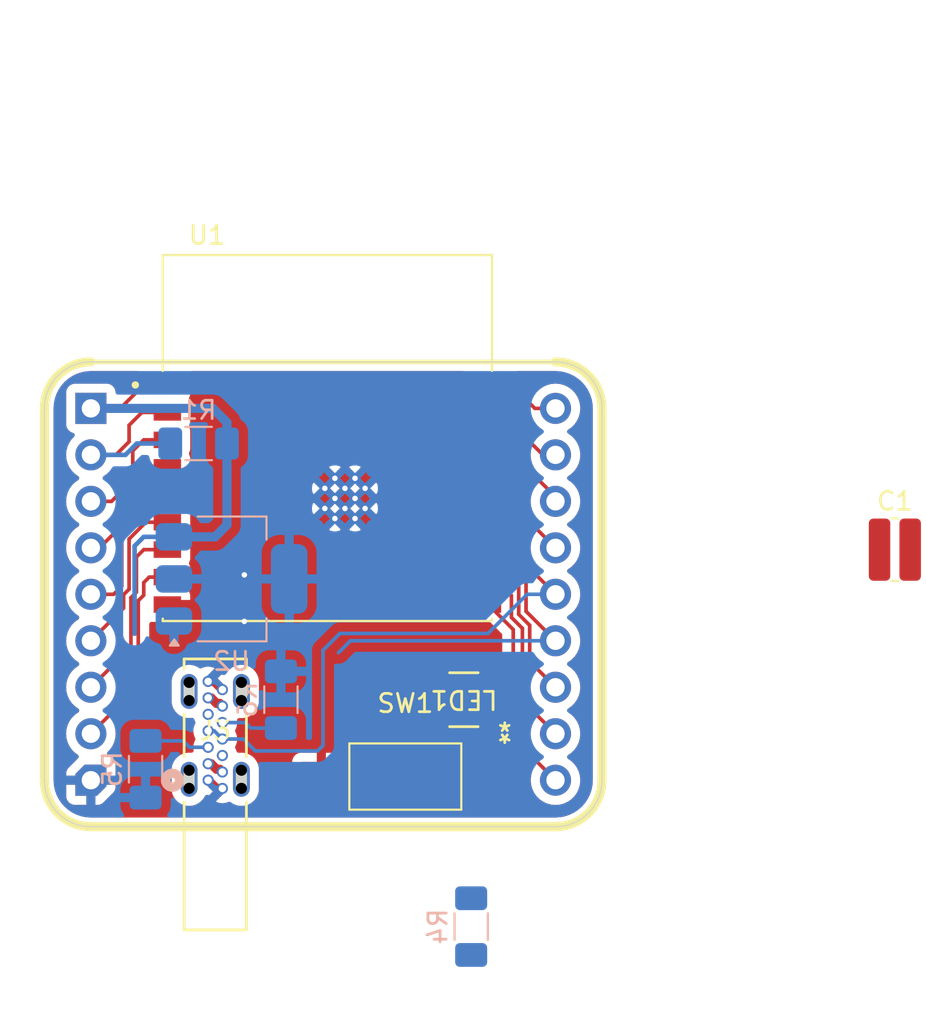
<source format=kicad_pcb>
(kicad_pcb (version 20240108) (generator "pcbnew") (generator_version "8.0")
  (layers (0 "F.Cu" signal) (31 "B.Cu" signal) (34 "B.Paste" user) (35 "F.Paste" user) (36 "B.SilkS" user "B.Silkscreen") (37 "F.SilkS" user "F.Silkscreen") (38 "B.Mask" user) (39 "F.Mask" user) (44 "Edge.Cuts" user))
  (net 0 "")
  (net 1 "GPIO3")
  (net 2 "GND")
  (net 3 "GPIO2")
  (net 4 "GPIO1")
  (net 5 "GPIO0")
  (net 6 "GPIO4")
  (net 7 "VBUS")
  (net 8 "GPIO7")
  (net 9 "USB_D+")
  (net 10 "UART-RX")
  (net 11 "USB_D-")
  (net 12 "GPIO5")
  (net 13 "GPIO8")
  (net 14 "UART-TX")
  (net 15 "GPIO10")
  (net 16 "EN")
  (net 17 "GPIO9")
  (net 18 "3V3")
  (net 19 "GPIO6")
  (net 21 "Net-(LED1-GND-Pad1)")
  (net 22 "Net-(J3-CC2)")
  (net 23 "Net-(J3-CC1)")
  (footprint "Alexander Footprint Library:ESP32-C3-WROOM-02-H4" (layer "F.Cu") (at 156.94 61.1)
    (property "Reference" "U1" (at -6.575 -11.085 0) (layer "F.SilkS"))
    (property "Value" "ESP32-C3-WROOM-02-N4")
    (fp_line (start -9 -10) (end -9 -3.67) (stroke (width 0.127)) (layer "F.SilkS"))
    (fp_line (start -9 10) (end -9 9.87) (stroke (width 0.127)) (layer "F.SilkS"))
    (fp_line (start -9 10) (end 9 10) (stroke (width 0.127)) (layer "F.SilkS"))
    (fp_line (start 9 -10) (end -9 -10) (stroke (width 0.127)) (layer "F.SilkS"))
    (fp_line (start 9 -3.67) (end 9 -10) (stroke (width 0.127)) (layer "F.SilkS"))
    (fp_line (start 9 10) (end 9 9.87) (stroke (width 0.127)) (layer "F.SilkS"))
    (fp_circle (center -10.5 -2.9) (end -10.4 -2.9) (stroke (width 0.2)) (fill none) (layer "F.SilkS"))
    (pad "1" smd rect (at -8.75 -2.9) (size 1.5 0.9) (layers "F.Cu" "F.Paste" "F.Mask") (net 18 "3V3"))
    (pad "2" smd rect (at -8.75 -1.4) (size 1.5 0.9) (layers "F.Cu" "F.Paste" "F.Mask") (net 16 "EN"))
    (pad "3" smd rect (at -8.75 0.1) (size 1.5 0.9) (layers "F.Cu" "F.Paste" "F.Mask") (net 6 "GPIO4"))
    (pad "4" smd rect (at -8.75 1.6) (size 1.5 0.9) (layers "F.Cu" "F.Paste" "F.Mask") (net 12 "GPIO5"))
    (pad "5" smd rect (at -8.75 3.1) (size 1.5 0.9) (layers "F.Cu" "F.Paste" "F.Mask") (net 19 "GPIO6"))
    (pad "6" smd rect (at -8.75 4.6) (size 1.5 0.9) (layers "F.Cu" "F.Paste" "F.Mask") (net 8 "GPIO7"))
    (pad "7" smd rect (at -8.75 6.1) (size 1.5 0.9) (layers "F.Cu" "F.Paste" "F.Mask") (net 13 "GPIO8"))
    (pad "8" smd rect (at -8.75 7.6) (size 1.5 0.9) (layers "F.Cu" "F.Paste" "F.Mask") (net 17 "GPIO9"))
    (pad "9" smd rect (at -8.75 9.1) (size 1.5 0.9) (layers "F.Cu" "F.Paste" "F.Mask") (net 2 "GND"))
    (pad "10" smd rect (at 8.75 9.1) (size 1.5 0.9) (layers "F.Cu" "F.Paste" "F.Mask") (net 15 "GPIO10"))
    (pad "11" smd rect (at 8.75 7.6) (size 1.5 0.9) (layers "F.Cu" "F.Paste" "F.Mask") (net 10 "UART-RX"))
    (pad "12" smd rect (at 8.75 6.1) (size 1.5 0.9) (layers "F.Cu" "F.Paste" "F.Mask") (net 14 "UART-TX"))
    (pad "13" smd rect (at 8.75 4.6) (size 1.5 0.9) (layers "F.Cu" "F.Paste" "F.Mask") (net 11 "USB_D-"))
    (pad "14" smd rect (at 8.75 3.1) (size 1.5 0.9) (layers "F.Cu" "F.Paste" "F.Mask") (net 9 "USB_D+"))
    (pad "15" smd rect (at 8.75 1.6) (size 1.5 0.9) (layers "F.Cu" "F.Paste" "F.Mask") (net 1 "GPIO3"))
    (pad "16" smd rect (at 8.75 0.1) (size 1.5 0.9) (layers "F.Cu" "F.Paste" "F.Mask") (net 3 "GPIO2"))
    (pad "17" smd rect (at 8.75 -1.4) (size 1.5 0.9) (layers "F.Cu" "F.Paste" "F.Mask") (net 4 "GPIO1"))
    (pad "18" smd rect (at 8.75 -2.9) (size 1.5 0.9) (layers "F.Cu" "F.Paste" "F.Mask") (net 5 "GPIO0"))
    (pad "19" smd rect (at -0.14 2.2) (size 0.7 0.7) (layers "F.Cu" "F.Paste" "F.Mask") (net 2 "GND"))
    (pad "20" smd rect (at 0.96 2.2) (size 0.7 0.7) (layers "F.Cu" "F.Paste" "F.Mask") (net 2 "GND"))
    (pad "21" smd rect (at 2.06 2.2) (size 0.7 0.7) (layers "F.Cu" "F.Paste" "F.Mask") (net 2 "GND"))
    (pad "22" smd rect (at -0.14 3.3) (size 0.7 0.7) (layers "F.Cu" "F.Paste" "F.Mask") (net 2 "GND"))
    (pad "23" smd rect (at 0.96 3.3) (size 0.7 0.7) (layers "F.Cu" "F.Paste" "F.Mask") (net 2 "GND"))
    (pad "24" smd rect (at 2.06 3.3) (size 0.7 0.7) (layers "F.Cu" "F.Paste" "F.Mask") (net 2 "GND"))
    (pad "25" smd rect (at -0.14 4.4) (size 0.7 0.7) (layers "F.Cu" "F.Paste" "F.Mask") (net 2 "GND"))
    (pad "26" smd rect (at 0.96 4.4) (size 0.7 0.7) (layers "F.Cu" "F.Paste" "F.Mask") (net 2 "GND"))
    (pad "27" smd rect (at 2.06 4.4) (size 0.7 0.7) (layers "F.Cu" "F.Paste" "F.Mask") (net 2 "GND"))
    (pad "28" thru_hole circle (at 0.41 2.2) (size 0.4 0.4) (drill 0.3) (layers "*.Cu") (net 2 "GND"))
    (pad "29" thru_hole circle (at 1.51 2.2) (size 0.4 0.4) (drill 0.3) (layers "*.Cu") (net 2 "GND"))
    (pad "30" thru_hole circle (at -0.14 2.75) (size 0.4 0.4) (drill 0.3) (layers "*.Cu") (net 2 "GND"))
    (pad "31" thru_hole circle (at 0.96 2.75) (size 0.4 0.4) (drill 0.3) (layers "*.Cu") (net 2 "GND"))
    (pad "32" thru_hole circle (at 2.06 2.75) (size 0.4 0.4) (drill 0.3) (layers "*.Cu") (net 2 "GND"))
    (pad "33" thru_hole circle (at 0.41 3.3) (size 0.4 0.4) (drill 0.3) (layers "*.Cu") (net 2 "GND"))
    (pad "34" thru_hole circle (at 1.51 3.3) (size 0.4 0.4) (drill 0.3) (layers "*.Cu") (net 2 "GND"))
    (pad "35" thru_hole circle (at -0.14 3.85) (size 0.4 0.4) (drill 0.3) (layers "*.Cu") (net 2 "GND"))
    (pad "36" thru_hole circle (at 0.96 3.85) (size 0.4 0.4) (drill 0.3) (layers "*.Cu") (net 2 "GND"))
    (pad "37" thru_hole circle (at 2.06 3.85) (size 0.4 0.4) (drill 0.3) (layers "*.Cu") (net 2 "GND"))
    (pad "38" thru_hole circle (at 0.41 4.4) (size 0.4 0.4) (drill 0.3) (layers "*.Cu") (net 2 "GND"))
    (pad "39" thru_hole circle (at 1.51 4.4) (size 0.4 0.4) (drill 0.3) (layers "*.Cu") (net 2 "GND"))
    (zone (net 0) (net_name "") (layer "F.Cu") (connect_pads (clearance 0)) (min_thickness 0.01)
      (keepout (tracks not_allowed) (vias not_allowed) (pads not_allowed) (copperpour not_allowed) (footprints allowed))
      (fill (thermal_gap 0.508) (thermal_bridge_width 0.508))
      (polygon (pts (xy 147.94 51.1) (xy 165.94 51.1) (xy 165.94 57.1) (xy 147.94 57.1)))
    )
    (zone (net 0) (net_name "") (layer "B.Cu") (connect_pads (clearance 0)) (min_thickness 0.01)
      (keepout (tracks not_allowed) (vias not_allowed) (pads not_allowed) (copperpour not_allowed) (footprints allowed))
      (fill (thermal_gap 0.508) (thermal_bridge_width 0.508))
      (polygon (pts (xy 147.94 51.1) (xy 165.94 51.1) (xy 165.94 57.1) (xy 147.94 57.1)))
    )
  )
  (footprint "Alexander Footprint Library:B1552_HVK-M" (layer "F.Cu") (at 164.4 75.4 180)
    (property "Reference" "LED1" (at 0 0 180) (layer "F.SilkS"))
    (property "Value" "LED-RED-GREEN-B1552USUG20D")
    (fp_line (start -0.777373 1.4732) (end 0.777373 1.4732) (stroke (width 0.1524)) (layer "F.SilkS"))
    (fp_line (start -0.777373 -1.4732) (end 0.777373 -1.4732) (stroke (width 0.1524)) (layer "F.SilkS"))
    (fp_text user "*" (at -2.2352 -1.8041 180) (layer "F.SilkS"))
    (fp_text user "*" (at -2.2352 -1.8041 0) (layer "F.SilkS"))
    (pad "1" smd rect (at -1.6002 -0.750001 180) (size 1.1176 1.0414) (layers "F.Cu" "F.Paste" "F.Mask") (net 21 "Net-(LED1-GND-Pad1)"))
    (pad "2" smd rect (at -1.6002 0.750001 180) (size 1.1176 1.0414) (layers "F.Cu" "F.Paste" "F.Mask") (net 18 "3V3"))
    (pad "3" smd rect (at 1.6002 0.750001 180) (size 1.1176 1.0414) (layers "F.Cu" "F.Paste" "F.Mask"))
    (pad "4" smd rect (at 1.6002 -0.750001 180) (size 1.1176 1.0414) (layers "F.Cu" "F.Paste" "F.Mask") (net 21 "Net-(LED1-GND-Pad1)"))
  )
  (footprint "Alexander Footprint Library:USB-C_KUSBX-SL-CS1N14-B_KYC" (layer "F.Cu") (at 150.419999 79.799999)
    (property "Reference" "J3" (at 0.39 -2.7 0) (layer "F.SilkS"))
    (property "Value" "USB-C_KUSBX-SL-CS1N14-B")
    (fp_circle (center -1.9468 0) (end -1.5658 0) (stroke (width 0.508)) (fill none) (layer "B.SilkS"))
    (fp_line (start -1.3118 -6.627) (end -1.3118 -6.087007) (stroke (width 0.1524)) (layer "F.SilkS"))
    (fp_line (start -1.3118 -3.612992) (end -1.3118 -1.287007) (stroke (width 0.1524)) (layer "F.SilkS"))
    (fp_line (start -1.3118 1.187007) (end -1.3118 8.1812) (stroke (width 0.1524)) (layer "F.SilkS"))
    (fp_line (start -1.3118 8.1812) (end 2.0918 8.1812) (stroke (width 0.1524)) (layer "F.SilkS"))
    (fp_line (start 2.0918 -6.627) (end -1.3118 -6.627) (stroke (width 0.1524)) (layer "F.SilkS"))
    (fp_line (start 2.0918 -6.087007) (end 2.0918 -6.627) (stroke (width 0.1524)) (layer "F.SilkS"))
    (fp_line (start 2.0918 -1.287007) (end 2.0918 -3.612992) (stroke (width 0.1524)) (layer "F.SilkS"))
    (fp_line (start 2.0918 8.1812) (end 2.0918 1.187007) (stroke (width 0.1524)) (layer "F.SilkS"))
    (fp_line (start -1.04 -4.354699) (end -1.04 -5.345299) (stroke (width 0.6096)) (layer "Edge.Cuts"))
    (fp_line (start -1.04 0.4453) (end -1.04 -0.5453) (stroke (width 0.6096)) (layer "Edge.Cuts"))
    (fp_line (start 1.82 -4.354699) (end 1.82 -5.345299) (stroke (width 0.6096)) (layer "Edge.Cuts"))
    (fp_line (start 1.82 0.4453) (end 1.82 -0.5453) (stroke (width 0.6096)) (layer "Edge.Cuts"))
    (pad "" np_thru_hole circle (at -1.04 -5.345299) (size 0.6096 0.6096) (drill 0.6096) (layers))
    (pad "" np_thru_hole circle (at -1.04 -4.354699) (size 0.6096 0.6096) (drill 0.6096) (layers))
    (pad "" np_thru_hole circle (at -1.04 -0.5453) (size 0.6096 0.6096) (drill 0.6096) (layers))
    (pad "" np_thru_hole circle (at -1.04 0.4453) (size 0.6096 0.6096) (drill 0.6096) (layers))
    (pad "" np_thru_hole circle (at 1.82 -5.345299) (size 0.6096 0.6096) (drill 0.6096) (layers))
    (pad "" np_thru_hole circle (at 1.82 -4.354699) (size 0.6096 0.6096) (drill 0.6096) (layers))
    (pad "" np_thru_hole circle (at 1.82 -0.5453) (size 0.6096 0.6096) (drill 0.6096) (layers))
    (pad "" np_thru_hole circle (at 1.82 0.4453) (size 0.6096 0.6096) (drill 0.6096) (layers))
    (pad "A1" thru_hole circle (at 0 0) (size 0.6096 0.6096) (drill 0.4064) (layers "*.Cu" "*.Mask") (net 2 "GND"))
    (pad "A4" thru_hole circle (at 0 -0.900001) (size 0.6096 0.6096) (drill 0.4064) (layers "*.Cu" "*.Mask") (net 7 "VBUS"))
    (pad "A5" thru_hole circle (at 0 -1.799999) (size 0.6096 0.6096) (drill 0.4064) (layers "*.Cu" "*.Mask") (net 23 "Net-(J3-CC1)"))
    (pad "A6" thru_hole circle (at 0 -2.7) (size 0.6096 0.6096) (drill 0.4064) (layers "*.Cu" "*.Mask") (net 9 "USB_D+"))
    (pad "A7" thru_hole circle (at 0 -3.6) (size 0.6096 0.6096) (drill 0.4064) (layers "*.Cu" "*.Mask") (net 11 "USB_D-"))
    (pad "A9" thru_hole circle (at 0 -4.499999) (size 0.6096 0.6096) (drill 0.4064) (layers "*.Cu" "*.Mask") (net 7 "VBUS"))
    (pad "A12" thru_hole circle (at 0 -5.399999) (size 0.6096 0.6096) (drill 0.4064) (layers "*.Cu" "*.Mask") (net 2 "GND"))
    (pad "B1" thru_hole circle (at 0.780001 -4.949999) (size 0.6096 0.6096) (drill 0.4064) (layers "*.Cu" "*.Mask") (net 2 "GND"))
    (pad "B4" thru_hole circle (at 0.780001 -4.049999) (size 0.6096 0.6096) (drill 0.4064) (layers "*.Cu" "*.Mask") (net 7 "VBUS"))
    (pad "B5" thru_hole circle (at 0.780001 -3.149999) (size 0.6096 0.6096) (drill 0.4064) (layers "*.Cu" "*.Mask") (net 22 "Net-(J3-CC2)"))
    (pad "B6" thru_hole circle (at 0.780001 -2.249999) (size 0.6096 0.6096) (drill 0.4064) (layers "*.Cu" "*.Mask") (net 9 "USB_D+"))
    (pad "B7" thru_hole circle (at 0.780001 -1.349999) (size 0.6096 0.6096) (drill 0.4064) (layers "*.Cu" "*.Mask") (net 11 "USB_D-"))
    (pad "B9" thru_hole circle (at 0.780001 -0.449999) (size 0.6096 0.6096) (drill 0.4064) (layers "*.Cu" "*.Mask") (net 7 "VBUS"))
    (pad "B12" thru_hole circle (at 0.780001 0.450001) (size 0.6096 0.6096) (drill 0.4064) (layers "*.Cu" "*.Mask") (net 2 "GND"))
    (pad "S_1" thru_hole oval (at -1.04 -0.05 90) (size 1.905 0.9144) (drill 0.0254) (layers "*.Cu" "*.Mask"))
    (pad "S_2" thru_hole oval (at 1.82 -0.05 90) (size 1.905 0.9144) (drill 0.0254) (layers "*.Cu" "*.Mask"))
    (pad "S_3" thru_hole oval (at -1.04 -4.849999 90) (size 1.905 0.9144) (drill 0.0254) (layers "*.Cu" "*.Mask"))
    (pad "S_4" thru_hole oval (at 1.82 -4.849999 90) (size 1.905 0.9144) (drill 0.0254) (layers "*.Cu" "*.Mask"))
  )
  (footprint "Alexander Footprint Library:SW_SPST_6x3" (layer "F.Cu") (at 161.2 79.6)
    (property "Reference" "SW1" (at 0 -4 0) (layer "F.SilkS"))
    (property "Value" "SW_Push")
    (fp_line (start -3.06 -1.81) (end 3.06 -1.81) (stroke (width 0.12)) (layer "F.SilkS"))
    (fp_line (start -3.06 1.81) (end -3.06 -1.81) (stroke (width 0.12)) (layer "F.SilkS"))
    (fp_line (start 3.06 -1.81) (end 3.06 1.81) (stroke (width 0.12)) (layer "F.SilkS"))
    (fp_line (start 3.06 1.81) (end -3.06 1.81) (stroke (width 0.12)) (layer "F.SilkS"))
    (pad "1" smd rect (at -4.59 0) (size 2.18 1.6) (layers "F.Cu" "F.Paste" "F.Mask") (net 2 "GND"))
    (pad "2" smd rect (at 4.59 0) (size 2.18 1.6) (layers "F.Cu" "F.Paste" "F.Mask") (net 16 "EN"))
  )
  (footprint "Alexander Footprint Library:Conn_ESP32-C3-WROOM-02" (layer "F.Cu") (at 159.25 64.56)
    (property "Reference" "J2" (hide yes))
    (property "Value" "~")
    (fp_line (start -17.78 -5.08) (end -17.78 15.24) (stroke (width 0.5)) (layer "F.SilkS"))
    (fp_line (start -15.24 -7.62) (end 10.16 -7.62) (stroke (width 0.25)) (layer "F.SilkS"))
    (fp_line (start -15.24 17.78) (end 10.16 17.78) (stroke (width 0.5)) (layer "F.SilkS"))
    (fp_line (start 12.7 -5.08) (end 12.7 15.24) (stroke (width 0.5)) (layer "F.SilkS"))
    (fp_arc (start -17.78 -5.08) (mid -17.036051 -6.876051) (end -15.24 -7.62) (stroke (width 0.5)) (layer "F.SilkS"))
    (fp_arc (start -15.24 17.78) (mid -17.036051 17.036051) (end -17.78 15.24) (stroke (width 0.5)) (layer "F.SilkS"))
    (fp_arc (start 10.16 -7.62) (mid 11.956051 -6.876051) (end 12.7 -5.08) (stroke (width 0.5)) (layer "F.SilkS"))
    (fp_arc (start 12.7 15.24) (mid 11.956051 17.036051) (end 10.16 17.78) (stroke (width 0.5)) (layer "F.SilkS"))
    (fp_line (start -17.78 15.24) (end -17.78 -5.08) (stroke (width 0.05)) (layer "Edge.Cuts"))
    (fp_line (start -15.24 -7.62) (end 10.16 -7.62) (stroke (width 0.05)) (layer "Edge.Cuts"))
    (fp_line (start 10.16 17.78) (end -15.24 17.78) (stroke (width 0.05)) (layer "Edge.Cuts"))
    (fp_line (start 12.7 -5.08) (end 12.7 15.24) (stroke (width 0.05)) (layer "Edge.Cuts"))
    (fp_arc (start -17.78 -5.08) (mid -17.036051 -6.876051) (end -15.24 -7.62) (stroke (width 0.05)) (layer "Edge.Cuts"))
    (fp_arc (start -15.24 17.78) (mid -17.036051 17.036051) (end -17.78 15.24) (stroke (width 0.05)) (layer "Edge.Cuts"))
    (fp_arc (start 10.16 -7.62) (mid 11.956051 -6.876051) (end 12.7 -5.08) (stroke (width 0.05)) (layer "Edge.Cuts"))
    (fp_arc (start 12.7 15.24) (mid 11.956051 17.036051) (end 10.16 17.78) (stroke (width 0.05)) (layer "Edge.Cuts"))
    (pad "1" thru_hole rect (at -15.24 -5.08) (size 1.7 1.7) (drill 1) (layers "*.Cu" "*.Mask") (net 18 "3V3"))
    (pad "2" thru_hole circle (at -15.24 -2.54) (size 1.7 1.7) (drill 1) (layers "*.Cu" "*.Mask") (net 16 "EN"))
    (pad "3" thru_hole circle (at -15.24 0) (size 1.7 1.7) (drill 1) (layers "*.Cu" "*.Mask") (net 6 "GPIO4"))
    (pad "4" thru_hole circle (at -15.24 2.54) (size 1.7 1.7) (drill 1) (layers "*.Cu" "*.Mask") (net 12 "GPIO5"))
    (pad "5" thru_hole circle (at -15.24 5.08) (size 1.7 1.7) (drill 1) (layers "*.Cu" "*.Mask") (net 19 "GPIO6"))
    (pad "6" thru_hole circle (at -15.24 7.62) (size 1.7 1.7) (drill 1) (layers "*.Cu" "*.Mask") (net 8 "GPIO7"))
    (pad "7" thru_hole circle (at -15.24 10.16) (size 1.7 1.7) (drill 1) (layers "*.Cu" "*.Mask") (net 13 "GPIO8"))
    (pad "8" thru_hole circle (at -15.24 12.7) (size 1.7 1.7) (drill 1) (layers "*.Cu" "*.Mask") (net 17 "GPIO9"))
    (pad "9" thru_hole roundrect (at -15.24 15.24) (size 1.7 1.7) (drill 1) (layers "*.Cu" "*.Mask") (roundrect_rratio 0) (chamfer_ratio 0.3) (chamfer top_left bottom_right) (net 2 "GND"))
    (pad "10" thru_hole circle (at 10.16 15.24) (size 1.7 1.7) (drill 1) (layers "*.Cu" "*.Mask") (net 15 "GPIO10"))
    (pad "11" thru_hole circle (at 10.16 12.7) (size 1.7 1.7) (drill 1) (layers "*.Cu" "*.Mask") (net 10 "UART-RX"))
    (pad "12" thru_hole circle (at 10.16 10.16) (size 1.7 1.7) (drill 1) (layers "*.Cu" "*.Mask") (net 14 "UART-TX"))
    (pad "13" thru_hole circle (at 10.16 7.62) (size 1.7 1.7) (drill 1) (layers "*.Cu" "*.Mask") (net 11 "USB_D-"))
    (pad "14" thru_hole circle (at 10.16 5.08) (size 1.7 1.7) (drill 1) (layers "*.Cu" "*.Mask") (net 9 "USB_D+"))
    (pad "15" thru_hole circle (at 10.16 2.54) (size 1.7 1.7) (drill 1) (layers "*.Cu" "*.Mask") (net 1 "GPIO3"))
    (pad "16" thru_hole circle (at 10.16 0) (size 1.7 1.7) (drill 1) (layers "*.Cu" "*.Mask") (net 3 "GPIO2"))
    (pad "17" thru_hole circle (at 10.16 -2.54) (size 1.7 1.7) (drill 1) (layers "*.Cu" "*.Mask") (net 4 "GPIO1"))
    (pad "18" thru_hole circle (at 10.16 -5.08) (size 1.7 1.7) (drill 1) (layers "*.Cu" "*.Mask") (net 5 "GPIO0"))
  )
  (footprint "Resistor_SMD:R_0612_1632Metric_Pad1.18x3.40mm_HandSolder" (layer "F.Cu") (at 187.9625 67.2)
    (property "Reference" "C1" (at 0 -2.65 0) (layer "F.SilkS"))
    (property "Value" "1uF")
    (fp_line (start -0.182983 -1.71) (end 0.182983 -1.71) (stroke (width 0.12)) (layer "F.SilkS"))
    (fp_line (start -0.182983 1.71) (end 0.182983 1.71) (stroke (width 0.12)) (layer "F.SilkS"))
    (pad "1" smd roundrect (at -0.8375 0) (size 1.175 3.4) (layers "F.Cu" "F.Paste" "F.Mask") (roundrect_rratio 0.212766) (net 16 "EN"))
    (pad "2" smd roundrect (at 0.8375 0) (size 1.175 3.4) (layers "F.Cu" "F.Paste" "F.Mask") (roundrect_rratio 0.212766) (net 2 "GND"))
  )
  (footprint "Package_TO_SOT_SMD:SOT-223-3_TabPin2" (layer "B.Cu") (at 151.7 68.8)
    (property "Reference" "U2" (at 0 4.5 0) (layer "B.SilkS") (effects (justify mirror)))
    (property "Value" "AMS1117-3V3")
    (fp_line (start 1.91 -3.41) (end -1.85 -3.41) (stroke (width 0.12)) (layer "B.SilkS"))
    (fp_line (start 1.91 -2.15) (end 1.91 -3.41) (stroke (width 0.12)) (layer "B.SilkS"))
    (fp_line (start 1.91 2.15) (end 1.91 3.41) (stroke (width 0.12)) (layer "B.SilkS"))
    (fp_line (start 1.91 3.41) (end -1.85 3.41) (stroke (width 0.12)) (layer "B.SilkS"))
    (fp_poly (pts (xy -3.13 3.31) (xy -3.37 3.64) (xy -2.89 3.64) (xy -3.13 3.31)) (stroke (width 0.12)) (fill solid) (layer "B.SilkS"))
    (pad "1" smd roundrect (at -3.15 2.3) (size 2 1.5) (layers "B.Cu" "B.Paste" "B.Mask") (net 7 "VBUS"))
    (pad "2" smd roundrect (at -3.15 0) (size 2 1.5) (layers "B.Cu" "B.Paste" "B.Mask") (net 2 "GND"))
    (pad "2" smd roundrect (at 3.15 0) (size 2 3.8) (layers "B.Cu" "B.Paste" "B.Mask") (net 2 "GND"))
    (pad "3" smd roundrect (at -3.15 -2.3) (size 2 1.5) (layers "B.Cu" "B.Paste" "B.Mask") (net 18 "3V3"))
  )
  (footprint "Resistor_SMD:R_1206_3216Metric_Pad1.30x1.75mm_HandSolder" (layer "B.Cu") (at 149.9 61.4 180)
    (property "Reference" "R1" (at 0 1.82 0) (layer "B.SilkS") (effects (justify mirror)))
    (property "Value" "10k")
    (fp_line (start 0.727064 0.91) (end -0.727064 0.91) (stroke (width 0.12)) (layer "B.SilkS"))
    (fp_line (start 0.727064 -0.91) (end -0.727064 -0.91) (stroke (width 0.12)) (layer "B.SilkS"))
    (pad "1" smd roundrect (at -1.55 0 180) (size 1.3 1.75) (layers "B.Cu" "B.Paste" "B.Mask") (roundrect_rratio 0.192308) (net 18 "3V3"))
    (pad "2" smd roundrect (at 1.55 0 180) (size 1.3 1.75) (layers "B.Cu" "B.Paste" "B.Mask") (roundrect_rratio 0.192308) (net 16 "EN"))
  )
  (footprint "Resistor_SMD:R_1206_3216Metric_Pad1.30x1.75mm_HandSolder" (layer "B.Cu") (at 147 79.2 -90)
    (property "Reference" "R5" (at 0 1.82 90) (layer "B.SilkS") (effects (justify mirror)))
    (property "Value" "5k1")
    (fp_line (start 0.727064 0.91) (end -0.727064 0.91) (stroke (width 0.12)) (layer "B.SilkS"))
    (fp_line (start 0.727064 -0.91) (end -0.727064 -0.91) (stroke (width 0.12)) (layer "B.SilkS"))
    (pad "1" smd roundrect (at -1.55 0 270) (size 1.3 1.75) (layers "B.Cu" "B.Paste" "B.Mask") (roundrect_rratio 0.192308) (net 23 "Net-(J3-CC1)"))
    (pad "2" smd roundrect (at 1.55 0 270) (size 1.3 1.75) (layers "B.Cu" "B.Paste" "B.Mask") (roundrect_rratio 0.192308) (net 2 "GND"))
  )
  (footprint "Resistor_SMD:R_1206_3216Metric_Pad1.30x1.75mm_HandSolder" (layer "B.Cu") (at 164.8 87.8 -90)
    (property "Reference" "R4" (at 0 1.82 90) (layer "B.SilkS") (effects (justify mirror)))
    (property "Value" "5k1")
    (fp_line (start 0.727064 0.91) (end -0.727064 0.91) (stroke (width 0.12)) (layer "B.SilkS"))
    (fp_line (start 0.727064 -0.91) (end -0.727064 -0.91) (stroke (width 0.12)) (layer "B.SilkS"))
    (pad "1" smd roundrect (at -1.55 0 270) (size 1.3 1.75) (layers "B.Cu" "B.Paste" "B.Mask") (roundrect_rratio 0.192308) (net 2 "GND"))
    (pad "2" smd roundrect (at 1.55 0 270) (size 1.3 1.75) (layers "B.Cu" "B.Paste" "B.Mask") (roundrect_rratio 0.192308) (net 21 "Net-(LED1-GND-Pad1)"))
  )
  (footprint "Resistor_SMD:R_1206_3216Metric_Pad1.30x1.75mm_HandSolder" (layer "B.Cu") (at 154.4 75.4 -90)
    (property "Reference" "R6" (at 0 1.82 90) (layer "B.SilkS") (effects (justify mirror)))
    (property "Value" "5k1")
    (fp_line (start 0.727064 0.91) (end -0.727064 0.91) (stroke (width 0.12)) (layer "B.SilkS"))
    (fp_line (start 0.727064 -0.91) (end -0.727064 -0.91) (stroke (width 0.12)) (layer "B.SilkS"))
    (pad "1" smd roundrect (at -1.55 0 270) (size 1.3 1.75) (layers "B.Cu" "B.Paste" "B.Mask") (roundrect_rratio 0.192308) (net 2 "GND"))
    (pad "2" smd roundrect (at 1.55 0 270) (size 1.3 1.75) (layers "B.Cu" "B.Paste" "B.Mask") (roundrect_rratio 0.192308) (net 22 "Net-(J3-CC2)"))
  )
  (segment (start 167.2 62.7) (end 167.8 63.3) (width 0.2) (layer "F.Cu") (net 1))
  (segment (start 165.69 62.7) (end 167.2 62.7) (width 0.2) (layer "F.Cu") (net 1))
  (segment (start 167.8 63.3) (end 167.8 65.49) (width 0.2) (layer "F.Cu") (net 1))
  (segment (start 167.8 65.49) (end 169.41 67.1) (width 0.2) (layer "F.Cu") (net 1))
  (segment (start 150.419999 79.799999) (end 150.87 80.25) (width 0.5) (layer "F.Cu") (net 2))
  (segment (start 150.87 80.25) (end 151.2 80.25) (width 0.5) (layer "F.Cu") (net 2))
  (segment (start 150.75 74.4) (end 151.2 74.85) (width 0.5) (layer "F.Cu") (net 2))
  (segment (start 150.419999 74.4) (end 150.75 74.4) (width 0.5) (layer "F.Cu") (net 2))
  (via (at 152.4 68.58) (size 0.6) (drill 0.3) (layers "F.Cu" "B.Cu") (net 2))
  (via (at 152.4 71.12) (size 0.6) (drill 0.3) (layers "F.Cu" "B.Cu") (net 2))
  (segment (start 165.69 61.2) (end 166.3 61.2) (width 0.2) (layer "F.Cu") (net 3))
  (segment (start 166.3 61.2) (end 169.41 64.31) (width 0.2) (layer "F.Cu") (net 3))
  (segment (start 169.41 64.31) (end 169.41 64.56) (width 0.2) (layer "F.Cu") (net 3))
  (segment (start 165.69 59.7) (end 166.4 59.7) (width 0.2) (layer "F.Cu") (net 4))
  (segment (start 166.4 59.7) (end 168.72 62.02) (width 0.2) (layer "F.Cu") (net 4))
  (segment (start 168.72 62.02) (end 169.41 62.02) (width 0.2) (layer "F.Cu") (net 4))
  (segment (start 168.28 59.48) (end 167 58.2) (width 0.2) (layer "F.Cu") (net 5))
  (segment (start 167 58.2) (end 165.69 58.2) (width 0.2) (layer "F.Cu") (net 5))
  (segment (start 169.41 59.48) (end 168.28 59.48) (width 0.2) (layer "F.Cu") (net 5))
  (segment (start 148.19 61.2) (end 146.9 61.2) (width 0.2) (layer "F.Cu") (net 6))
  (segment (start 146.9 61.2) (end 146.3 61.8) (width 0.2) (layer "F.Cu") (net 6))
  (segment (start 146.3 63.4) (end 145.14 64.56) (width 0.2) (layer "F.Cu") (net 6))
  (segment (start 146.3 61.8) (end 146.3 63.4) (width 0.2) (layer "F.Cu") (net 6))
  (segment (start 145.14 64.56) (end 144.01 64.56) (width 0.2) (layer "F.Cu") (net 6))
  (segment (start 150.887351 75.6048) (end 151.0548 75.6048) (width 0.5) (layer "F.Cu") (net 7))
  (segment (start 150.419999 75.3) (end 150.582551 75.3) (width 0.5) (layer "F.Cu") (net 7))
  (segment (start 151.0548 75.6048) (end 151.2 75.75) (width 0.5) (layer "F.Cu") (net 7))
  (segment (start 151.0548 79.2048) (end 151.2 79.35) (width 0.5) (layer "F.Cu") (net 7))
  (segment (start 150.887351 79.2048) (end 151.0548 79.2048) (width 0.5) (layer "F.Cu") (net 7))
  (segment (start 150.582549 78.899998) (end 150.887351 79.2048) (width 0.5) (layer "F.Cu") (net 7))
  (segment (start 150.419999 78.899998) (end 150.582549 78.899998) (width 0.5) (layer "F.Cu") (net 7))
  (segment (start 150.582551 75.3) (end 150.887351 75.6048) (width 0.5) (layer "F.Cu") (net 7))
  (segment (start 148.55 71.1) (end 148.55 72.15) (width 0.5) (layer "B.Cu") (net 7))
  (segment (start 148.19 65.7) (end 147.015686 65.7) (width 0.2) (layer "F.Cu") (net 8))
  (segment (start 146.1 66.615686) (end 146.1 69.358628) (width 0.2) (layer "F.Cu") (net 8))
  (segment (start 146.1 69.358628) (end 145.8 69.658628) (width 0.2) (layer "F.Cu") (net 8))
  (segment (start 145.8 69.658628) (end 145.8 70.39) (width 0.2) (layer "F.Cu") (net 8))
  (segment (start 147.015686 65.7) (end 146.1 66.615686) (width 0.2) (layer "F.Cu") (net 8))
  (segment (start 145.8 70.39) (end 144.01 72.18) (width 0.2) (layer "F.Cu") (net 8))
  (segment (start 167.8 66.055686) (end 167.8 68.03) (width 0.2) (layer "F.Cu") (net 9))
  (segment (start 165.69 64.2) (end 167.1 64.2) (width 0.2) (layer "F.Cu") (net 9))
  (segment (start 167.8 68.03) (end 169.41 69.64) (width 0.2) (layer "F.Cu") (net 9))
  (segment (start 167.4 64.5) (end 167.4 65.655686) (width 0.2) (layer "F.Cu") (net 9))
  (segment (start 167.1 64.2) (end 167.4 64.5) (width 0.2) (layer "F.Cu") (net 9))
  (segment (start 167.4 65.655686) (end 167.8 66.055686) (width 0.2) (layer "F.Cu") (net 9))
  (segment (start 150.749999 77.099999) (end 151.2 77.55) (width 0.2) (layer "B.Cu") (net 9))
  (segment (start 167.86 69.64) (end 169.41 69.64) (width 0.2) (layer "B.Cu") (net 9))
  (segment (start 157.62 71.78) (end 165.72 71.78) (width 0.2) (layer "B.Cu") (net 9))
  (segment (start 151.2 77.55) (end 152.35 77.55) (width 0.2) (layer "B.Cu") (net 9))
  (segment (start 156.4 78.2) (end 156.7 77.9) (width 0.2) (layer "B.Cu") (net 9))
  (segment (start 156.7 72.7) (end 157.62 71.78) (width 0.2) (layer "B.Cu") (net 9))
  (segment (start 156.7 77.9) (end 156.7 72.7) (width 0.2) (layer "B.Cu") (net 9))
  (segment (start 165.72 71.78) (end 167.86 69.64) (width 0.2) (layer "B.Cu") (net 9))
  (segment (start 150.419999 77.099999) (end 150.749999 77.099999) (width 0.2) (layer "B.Cu") (net 9))
  (segment (start 153 78.2) (end 156.4 78.2) (width 0.2) (layer "B.Cu") (net 9))
  (segment (start 152.35 77.55) (end 153 78.2) (width 0.2) (layer "B.Cu") (net 9))
  (segment (start 167 69.71) (end 167 70.901372) (width 0.2) (layer "F.Cu") (net 10))
  (segment (start 167.6 71.501372) (end 167.6 75.45) (width 0.2) (layer "F.Cu") (net 10))
  (segment (start 165.99 68.7) (end 167 69.71) (width 0.2) (layer "F.Cu") (net 10))
  (segment (start 165.69 68.7) (end 165.99 68.7) (width 0.2) (layer "F.Cu") (net 10))
  (segment (start 167 70.901372) (end 167.6 71.501372) (width 0.2) (layer "F.Cu") (net 10))
  (segment (start 167.6 75.45) (end 169.41 77.26) (width 0.2) (layer "F.Cu") (net 10))
  (segment (start 167.4 67.11) (end 167.4 68.195686) (width 0.2) (layer "F.Cu") (net 11))
  (segment (start 167.4 68.195686) (end 167.8 68.595686) (width 0.2) (layer "F.Cu") (net 11))
  (segment (start 165.69 65.7) (end 165.99 65.7) (width 0.2) (layer "F.Cu") (net 11))
  (segment (start 167.8 68.595686) (end 167.8 70.57) (width 0.2) (layer "F.Cu") (net 11))
  (segment (start 165.99 65.7) (end 167.4 67.11) (width 0.2) (layer "F.Cu") (net 11))
  (segment (start 167.8 70.57) (end 169.41 72.18) (width 0.2) (layer "F.Cu") (net 11))
  (segment (start 158.2 72.18) (end 169.41 72.18) (width 0.2) (layer "B.Cu") (net 11))
  (segment (start 157.550001 72.829999) (end 158.2 72.18) (width 0.2) (layer "B.Cu") (net 11))
  (segment (start 148.19 62.7) (end 147.1 62.7) (width 0.2) (layer "F.Cu") (net 12))
  (segment (start 145.8 65.784314) (end 144.484314 67.1) (width 0.2) (layer "F.Cu") (net 12))
  (segment (start 146.7 63.1) (end 146.7 63.565686) (width 0.2) (layer "F.Cu") (net 12))
  (segment (start 146.7 63.565686) (end 145.8 64.465686) (width 0.2) (layer "F.Cu") (net 12))
  (segment (start 145.8 64.465686) (end 145.8 65.784314) (width 0.2) (layer "F.Cu") (net 12))
  (segment (start 144.484314 67.1) (end 144.01 67.1) (width 0.2) (layer "F.Cu") (net 12))
  (segment (start 147.1 62.7) (end 146.7 63.1) (width 0.2) (layer "F.Cu") (net 12))
  (segment (start 146.5 67.6) (end 146.499999 69.524314) (width 0.2) (layer "F.Cu") (net 13))
  (segment (start 148.19 67.2) (end 146.9 67.2) (width 0.2) (layer "F.Cu") (net 13))
  (segment (start 146.499999 69.524314) (end 146.2 69.824313) (width 0.2) (layer "F.Cu") (net 13))
  (segment (start 146.9 67.2) (end 146.5 67.6) (width 0.2) (layer "F.Cu") (net 13))
  (segment (start 146.2 69.824313) (end 146.2 72.53) (width 0.2) (layer "F.Cu") (net 13))
  (segment (start 146.2 72.53) (end 144.01 74.72) (width 0.2) (layer "F.Cu") (net 13))
  (segment (start 167.4 68.761372) (end 167.4 70.735686) (width 0.2) (layer "F.Cu") (net 14))
  (segment (start 167.4 70.735686) (end 168 71.335686) (width 0.2) (layer "F.Cu") (net 14))
  (segment (start 165.69 67.2) (end 166.3 67.2) (width 0.2) (layer "F.Cu") (net 14))
  (segment (start 167 68.361372) (end 167.4 68.761372) (width 0.2) (layer "F.Cu") (net 14))
  (segment (start 168 71.335686) (end 168 73.31) (width 0.2) (layer "F.Cu") (net 14))
  (segment (start 167 67.9) (end 167 68.361372) (width 0.2) (layer "F.Cu") (net 14))
  (segment (start 166.3 67.2) (end 167 67.9) (width 0.2) (layer "F.Cu") (net 14))
  (segment (start 168 73.31) (end 169.41 74.72) (width 0.2) (layer "F.Cu") (net 14))
  (segment (start 167.9 76.315686) (end 167.9 78.29) (width 0.2) (layer "F.Cu") (net 15))
  (segment (start 165.732942 70.2) (end 167.1 71.567058) (width 0.2) (layer "F.Cu") (net 15))
  (segment (start 167.9 78.29) (end 169.41 79.8) (width 0.2) (layer "F.Cu") (net 15))
  (segment (start 165.69 70.2) (end 165.732942 70.2) (width 0.2) (layer "F.Cu") (net 15))
  (segment (start 167.1 71.567058) (end 167.1 75.515686) (width 0.2) (layer "F.Cu") (net 15))
  (segment (start 167.1 75.515686) (end 167.9 76.315686) (width 0.2) (layer "F.Cu") (net 15))
  (segment (start 146.8 59.7) (end 146.1 60.4) (width 0.2) (layer "F.Cu") (net 16))
  (segment (start 145.38 62.02) (end 144.01 62.02) (width 0.2) (layer "F.Cu") (net 16))
  (segment (start 146.1 60.4) (end 146.1 61.3) (width 0.2) (layer "F.Cu") (net 16))
  (segment (start 148.19 59.7) (end 146.8 59.7) (width 0.2) (layer "F.Cu") (net 16))
  (segment (start 146.1 61.3) (end 145.38 62.02) (width 0.2) (layer "F.Cu") (net 16))
  (segment (start 148.35 61.4) (end 146.52 61.4) (width 0.25) (layer "B.Cu") (net 16))
  (segment (start 144.01 62.02) (end 145.9 62.02) (width 0.25) (layer "B.Cu") (net 16))
  (segment (start 146.52 61.4) (end 145.9 62.02) (width 0.25) (layer "B.Cu") (net 16))
  (segment (start 148.19 68.7) (end 147.2 68.7) (width 0.2) (layer "F.Cu") (net 17))
  (segment (start 145.8 75.47) (end 144.01 77.26) (width 0.2) (layer "F.Cu") (net 17))
  (segment (start 146.6 72.695686) (end 145.8 73.495686) (width 0.2) (layer "F.Cu") (net 17))
  (segment (start 147.2 68.7) (end 146.9 69) (width 0.2) (layer "F.Cu") (net 17))
  (segment (start 146.9 69) (end 146.9 69.69) (width 0.2) (layer "F.Cu") (net 17))
  (segment (start 146.665685 69.924314) (end 146.6 69.989999) (width 0.2) (layer "F.Cu") (net 17))
  (segment (start 145.8 73.495686) (end 145.8 75.47) (width 0.2) (layer "F.Cu") (net 17))
  (segment (start 146.6 69.989999) (end 146.6 72.695686) (width 0.2) (layer "F.Cu") (net 17))
  (segment (start 146.9 69.69) (end 146.665685 69.924314) (width 0.2) (layer "F.Cu") (net 17))
  (segment (start 146.9 58.2) (end 145.62 59.48) (width 0.2) (layer "F.Cu") (net 18))
  (segment (start 145.62 59.48) (end 144.01 59.48) (width 0.2) (layer "F.Cu") (net 18))
  (segment (start 148.19 58.2) (end 146.9 58.2) (width 0.2) (layer "F.Cu") (net 18))
  (segment (start 150.68 59.48) (end 151.45 60.25) (width 0.5) (layer "B.Cu") (net 18))
  (segment (start 146.4 67) (end 146.9 66.5) (width 0.25) (layer "B.Cu") (net 18))
  (segment (start 148.55 66.5) (end 150.8 66.5) (width 0.5) (layer "B.Cu") (net 18))
  (segment (start 144.03 59.5) (end 144.01 59.48) (width 0.2) (layer "B.Cu") (net 18))
  (segment (start 151.45 65.85) (end 151.45 62.1) (width 0.5) (layer "B.Cu") (net 18))
  (segment (start 144.01 59.48) (end 150.68 59.48) (width 0.5) (layer "B.Cu") (net 18))
  (segment (start 146.4 71.8) (end 146.4 67) (width 0.25) (layer "B.Cu") (net 18))
  (segment (start 150.8 66.5) (end 151.45 65.85) (width 0.5) (layer "B.Cu") (net 18))
  (segment (start 151.45 60.25) (end 151.45 62.1) (width 0.5) (layer "B.Cu") (net 18))
  (segment (start 146.9 66.5) (end 148.55 66.5) (width 0.25) (layer "B.Cu") (net 18))
  (segment (start 146.2 64.8) (end 146.2 65.95) (width 0.2) (layer "F.Cu") (net 19))
  (segment (start 145.7 69.192942) (end 145.252942 69.64) (width 0.2) (layer "F.Cu") (net 19))
  (segment (start 148.19 64.2) (end 146.8 64.2) (width 0.2) (layer "F.Cu") (net 19))
  (segment (start 145.7 66.45) (end 145.7 69.192942) (width 0.2) (layer "F.Cu") (net 19))
  (segment (start 145.252942 69.64) (end 144.01 69.64) (width 0.2) (layer "F.Cu") (net 19))
  (segment (start 146.2 65.95) (end 145.7 66.45) (width 0.2) (layer "F.Cu") (net 19))
  (segment (start 146.8 64.2) (end 146.2 64.8) (width 0.2) (layer "F.Cu") (net 19))
  (segment (start 152.75 76.95) (end 154.4 76.95) (width 0.2) (layer "B.Cu") (net 22))
  (segment (start 152.45 76.65) (end 152.75 76.95) (width 0.2) (layer "B.Cu") (net 22))
  (segment (start 151.2 76.65) (end 152.45 76.65) (width 0.2) (layer "B.Cu") (net 22))
  (segment (start 149.4 78) (end 149.05 77.65) (width 0.2) (layer "B.Cu") (net 23))
  (segment (start 149.05 77.65) (end 147 77.65) (width 0.2) (layer "B.Cu") (net 23))
  (segment (start 150.419999 78) (end 149.4 78) (width 0.2) (layer "B.Cu") (net 23))
  (zone (net 2) (net_name "GND") (layer "F.Cu") (connect_pads (clearance 0.5)) (min_thickness 0.25) (fill yes (thermal_gap 0.5) (thermal_bridge_width 0.5))
    (polygon (pts (xy 141.1 56.6) (xy 172.6 56.6) (xy 172.6 83) (xy 141 83)))
  )
  (zone (net 2) (net_name "GND") (layer "B.Cu") (priority 1) (connect_pads (clearance 0.5)) (min_thickness 0.25) (fill yes (thermal_gap 0.5) (thermal_bridge_width 0.5))
    (polygon (pts (xy 141.1 56.5) (xy 172.6 56.6) (xy 172.6 83) (xy 141 83.1)))
  )
)
</source>
